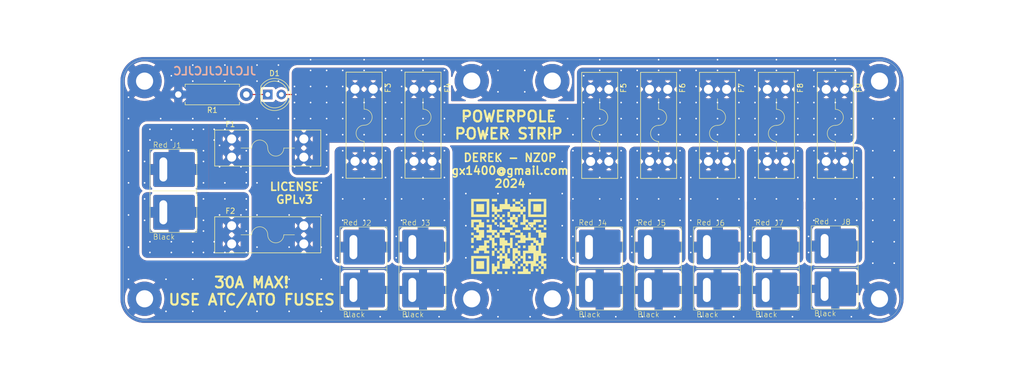
<source format=kicad_pcb>
(kicad_pcb (version 20240108) (generator "pcbnew") (generator_version "8.0")
  (layers (0 "F.Cu" signal) (31 "B.Cu" signal) (34 "B.Paste" user) (35 "F.Paste" user) (36 "B.SilkS" user "B.Silkscreen") (37 "F.SilkS" user "F.Silkscreen") (38 "B.Mask" user) (39 "F.Mask" user) (44 "Edge.Cuts" user))
  (net 0 "")
  (net 1 "+BATT")
  (net 2 "Net-(D1-K)")
  (net 3 "Net-(J1-Pin_1)")
  (net 4 "GND")
  (net 5 "Net-(J1-Pin_2)")
  (net 6 "Net-(J2-Pin_1)")
  (net 7 "Net-(J3-Pin_1)")
  (net 8 "Net-(J4-Pin_1)")
  (net 9 "Net-(J5-Pin_1)")
  (net 10 "Net-(J6-Pin_1)")
  (net 11 "Net-(J7-Pin_1)")
  (net 12 "Net-(J8-Pin_1)")
  (footprint "MountingHole:MountingHole_3.2mm_M3_Pad" (layer "F.Cu") (at 222.25 80)
    (property "Reference" "H3" (hide yes))
    (property "Value" "MountingHole" (hide yes))
    (pad "1" thru_hole circle (at 0 0) (size 6.4 6.4) (drill 3.2) (layers "*.Cu" "*.Mask") (net 4 "GND"))
  )
  (footprint "Library:FUSE_3557-15" (layer "F.Cu") (at 214 88.265 -90)
    (property "Reference" "F9" (at -6.985 -4.445 90) (layer "F.SilkS"))
    (property "Value" "Fuse")
    (pad "1" thru_hole circle (at -6.735 -1.7 270) (size 2.4 2.4) (drill 1.7) (layers "*.Cu" "*.Mask") (net 1 "+BATT"))
    (pad "1" thru_hole circle (at -6.735 1.7 270) (size 2.4 2.4) (drill 1.7) (layers "*.Cu" "*.Mask") (net 1 "+BATT"))
    (pad "2" thru_hole circle (at 6.735 -1.7 270) (size 2.4 2.4) (drill 1.7) (layers "*.Cu" "*.Mask") (net 12 "Net-(J8-Pin_1)"))
    (pad "2" thru_hole circle (at 6.735 1.7 270) (size 2.4 2.4) (drill 1.7) (layers "*.Cu" "*.Mask") (net 12 "Net-(J8-Pin_1)"))
  )
  (footprint "Library:anderson_powerpole_15-45_2pole" (layer "F.Cu") (at 190 111 -90)
    (property "Reference" "J6" (at -4.5 -2.5 0) (layer "F.SilkS") (effects (font (thickness 0.1))))
    (property "Value" "Conn_01x02_Pin")
    (fp_text user "Red" (at -4 2 0) (layer "F.SilkS") (effects (font (thickness 0.1)) (justify left bottom)))
    (fp_text user "Black" (at 12 2 0) (layer "F.SilkS") (effects (font (thickness 0.1)) (justify left top)))
    (pad "1" thru_hole roundrect (at 0 0 270) (size 6.5 7.75) (drill oval 4.5 1.45 (offset 0 -2)) (layers "*.Cu" "*.Mask") (roundrect_rratio 0.05) (net 10 "Net-(J6-Pin_1)"))
    (pad "2" thru_hole roundrect (at 8 0 270) (size 6.5 7.75) (drill oval 4.5 1.45 (offset 0 -2)) (layers "*.Cu" "*.Mask") (roundrect_rratio 0.05) (net 4 "GND"))
  )
  (footprint "MountingHole:MountingHole_3.2mm_M3_Pad" (layer "F.Cu") (at 146.1 120.65)
    (property "Reference" "H8" (hide yes))
    (property "Value" "MountingHole" (hide yes))
    (pad "1" thru_hole circle (at 0 0) (size 6.4 6.4) (drill 3.2) (layers "*.Cu" "*.Mask") (net 4 "GND"))
  )
  (footprint "Library:FUSE_3557-15" (layer "F.Cu") (at 137 88.235 -90)
    (property "Reference" "F4" (at -6.985 -4.6 90) (layer "F.SilkS"))
    (property "Value" "Fuse")
    (pad "1" thru_hole circle (at -6.735 -1.7 270) (size 2.4 2.4) (drill 1.7) (layers "*.Cu" "*.Mask") (net 1 "+BATT"))
    (pad "1" thru_hole circle (at -6.735 1.7 270) (size 2.4 2.4) (drill 1.7) (layers "*.Cu" "*.Mask") (net 1 "+BATT"))
    (pad "2" thru_hole circle (at 6.735 -1.7 270) (size 2.4 2.4) (drill 1.7) (layers "*.Cu" "*.Mask") (net 7 "Net-(J3-Pin_1)"))
    (pad "2" thru_hole circle (at 6.735 1.7 270) (size 2.4 2.4) (drill 1.7) (layers "*.Cu" "*.Mask") (net 7 "Net-(J3-Pin_1)"))
  )
  (footprint "MountingHole:MountingHole_3.2mm_M3_Pad" (layer "F.Cu") (at 85 120.65)
    (property "Reference" "H4" (hide yes))
    (property "Value" "MountingHole" (hide yes))
    (pad "1" thru_hole circle (at 0 0) (size 6.4 6.4) (drill 3.2) (layers "*.Cu" "*.Mask") (net 4 "GND"))
  )
  (footprint "Library:FUSE_3557-15" (layer "F.Cu") (at 181 88.265 -90)
    (property "Reference" "F6" (at -6.985 -4.445 90) (layer "F.SilkS"))
    (property "Value" "Fuse")
    (pad "1" thru_hole circle (at -6.735 -1.7 270) (size 2.4 2.4) (drill 1.7) (layers "*.Cu" "*.Mask") (net 1 "+BATT"))
    (pad "1" thru_hole circle (at -6.735 1.7 270) (size 2.4 2.4) (drill 1.7) (layers "*.Cu" "*.Mask") (net 1 "+BATT"))
    (pad "2" thru_hole circle (at 6.735 -1.7 270) (size 2.4 2.4) (drill 1.7) (layers "*.Cu" "*.Mask") (net 9 "Net-(J5-Pin_1)"))
    (pad "2" thru_hole circle (at 6.735 1.7 270) (size 2.4 2.4) (drill 1.7) (layers "*.Cu" "*.Mask") (net 9 "Net-(J5-Pin_1)"))
  )
  (footprint "MountingHole:MountingHole_3.2mm_M3_Pad" (layer "F.Cu") (at 161.15 80)
    (property "Reference" "H1" (hide yes))
    (property "Value" "MountingHole" (hide yes))
    (pad "1" thru_hole circle (at 0 0) (size 6.4 6.4) (drill 3.2) (layers "*.Cu" "*.Mask") (net 4 "GND"))
  )
  (footprint "Library:FUSE_3557-15" (layer "F.Cu") (at 108 108.7)
    (property "Reference" "F2" (at -6.985 -4.445 0) (layer "F.SilkS"))
    (property "Value" "Fuse")
    (pad "1" thru_hole circle (at -6.735 -1.7) (size 2.4 2.4) (drill 1.7) (layers "*.Cu" "*.Mask") (net 5 "Net-(J1-Pin_2)"))
    (pad "1" thru_hole circle (at -6.735 1.7) (size 2.4 2.4) (drill 1.7) (layers "*.Cu" "*.Mask") (net 5 "Net-(J1-Pin_2)"))
    (pad "2" thru_hole circle (at 6.735 -1.7) (size 2.4 2.4) (drill 1.7) (layers "*.Cu" "*.Mask") (net 4 "GND"))
    (pad "2" thru_hole circle (at 6.735 1.7) (size 2.4 2.4) (drill 1.7) (layers "*.Cu" "*.Mask") (net 4 "GND"))
  )
  (footprint "MountingHole:MountingHole_3.2mm_M3_Pad" (layer "F.Cu") (at 146.1 80)
    (property "Reference" "H7" (hide yes))
    (property "Value" "MountingHole" (hide yes))
    (pad "1" thru_hole circle (at 0 0) (size 6.4 6.4) (drill 3.2) (layers "*.Cu" "*.Mask") (net 4 "GND"))
  )
  (footprint "Library:FUSE_3557-15" (layer "F.Cu") (at 126 88.235 -90)
    (property "Reference" "F3" (at -6.985 -4.445 90) (layer "F.SilkS"))
    (property "Value" "Fuse")
    (pad "1" thru_hole circle (at -6.735 -1.7 270) (size 2.4 2.4) (drill 1.7) (layers "*.Cu" "*.Mask") (net 1 "+BATT"))
    (pad "1" thru_hole circle (at -6.735 1.7 270) (size 2.4 2.4) (drill 1.7) (layers "*.Cu" "*.Mask") (net 1 "+BATT"))
    (pad "2" thru_hole circle (at 6.735 -1.7 270) (size 2.4 2.4) (drill 1.7) (layers "*.Cu" "*.Mask") (net 6 "Net-(J2-Pin_1)"))
    (pad "2" thru_hole circle (at 6.735 1.7 270) (size 2.4 2.4) (drill 1.7) (layers "*.Cu" "*.Mask") (net 6 "Net-(J2-Pin_1)"))
  )
  (footprint "Resistor_THT:R_Axial_DIN0411_L9.9mm_D3.6mm_P12.70mm_Horizontal" (layer "F.Cu") (at 104 82.5 180)
    (property "Reference" "R1" (at 6.35 -2.92 180) (layer "F.SilkS"))
    (property "Value" "R")
    (pad "1" thru_hole circle (at 0 0 180) (size 2.4 2.4) (drill 1.2) (layers "*.Cu" "*.Mask") (net 2 "Net-(D1-K)"))
    (pad "2" thru_hole oval (at 12.7 0 180) (size 2.4 2.4) (drill 1.2) (layers "*.Cu" "*.Mask") (net 4 "GND"))
  )
  (footprint "Library:FUSE_3557-15" (layer "F.Cu") (at 203 88.265 -90)
    (property "Reference" "F8" (at -6.985 -4.445 90) (layer "F.SilkS"))
    (property "Value" "Fuse")
    (pad "1" thru_hole circle (at -6.735 -1.7 270) (size 2.4 2.4) (drill 1.7) (layers "*.Cu" "*.Mask") (net 1 "+BATT"))
    (pad "1" thru_hole circle (at -6.735 1.7 270) (size 2.4 2.4) (drill 1.7) (layers "*.Cu" "*.Mask") (net 1 "+BATT"))
    (pad "2" thru_hole circle (at 6.735 -1.7 270) (size 2.4 2.4) (drill 1.7) (layers "*.Cu" "*.Mask") (net 11 "Net-(J7-Pin_1)"))
    (pad "2" thru_hole circle (at 6.735 1.7 270) (size 2.4 2.4) (drill 1.7) (layers "*.Cu" "*.Mask") (net 11 "Net-(J7-Pin_1)"))
  )
  (footprint "Library:anderson_powerpole_15-45_2pole" (layer "F.Cu") (at 179 111 -90)
    (property "Reference" "J5" (at -4.5 -2.5 0) (layer "F.SilkS") (effects (font (thickness 0.1))))
    (property "Value" "Conn_01x02_Pin")
    (fp_text user "Red" (at -4 2 0) (layer "F.SilkS") (effects (font (thickness 0.1)) (justify left bottom)))
    (fp_text user "Black" (at 12 2 0) (layer "F.SilkS") (effects (font (thickness 0.1)) (justify left top)))
    (pad "1" thru_hole roundrect (at 0 0 270) (size 6.5 7.75) (drill oval 4.5 1.45 (offset 0 -2)) (layers "*.Cu" "*.Mask") (roundrect_rratio 0.05) (net 9 "Net-(J5-Pin_1)"))
    (pad "2" thru_hole roundrect (at 8 0 270) (size 6.5 7.75) (drill oval 4.5 1.45 (offset 0 -2)) (layers "*.Cu" "*.Mask") (roundrect_rratio 0.05) (net 4 "GND"))
  )
  (footprint "MountingHole:MountingHole_3.2mm_M3_Pad" (layer "F.Cu") (at 161.15 120.65)
    (property "Reference" "H5" (hide yes))
    (property "Value" "MountingHole")
    (pad "1" thru_hole circle (at 0 0) (size 6.4 6.4) (drill 3.2) (layers "*.Cu" "*.Mask") (net 4 "GND"))
  )
  (footprint "Library:anderson_powerpole_15-45_2pole" (layer "F.Cu") (at 135 111 -90)
    (property "Reference" "J3" (at -4.5 -2.5 0) (layer "F.SilkS") (effects (font (thickness 0.1))))
    (property "Value" "Conn_01x02_Pin")
    (fp_text user "Red" (at -4 2 0) (layer "F.SilkS") (effects (font (thickness 0.1)) (justify left bottom)))
    (fp_text user "Black" (at 12 2 0) (layer "F.SilkS") (effects (font (thickness 0.1)) (justify left top)))
    (pad "1" thru_hole roundrect (at 0 0 270) (size 6.5 7.75) (drill oval 4.5 1.45 (offset 0 -2)) (layers "*.Cu" "*.Mask") (roundrect_rratio 0.05) (net 7 "Net-(J3-Pin_1)"))
    (pad "2" thru_hole roundrect (at 8 0 270) (size 6.5 7.75) (drill oval 4.5 1.45 (offset 0 -2)) (layers "*.Cu" "*.Mask") (roundrect_rratio 0.05) (net 4 "GND"))
  )
  (footprint "Library:anderson_powerpole_15-45_2pole" (layer "F.Cu") (at 168 111 -90)
    (property "Reference" "J4" (at -4.5 -2.5 0) (layer "F.SilkS") (effects (font (thickness 0.1))))
    (property "Value" "Conn_01x02_Pin")
    (fp_text user "Red" (at -4 2 0) (layer "F.SilkS") (effects (font (thickness 0.1)) (justify left bottom)))
    (fp_text user "Black" (at 12 2 0) (layer "F.SilkS") (effects (font (thickness 0.1)) (justify left top)))
    (pad "1" thru_hole roundrect (at 0 0 270) (size 6.5 7.75) (drill oval 4.5 1.45 (offset 0 -2)) (layers "*.Cu" "*.Mask") (roundrect_rratio 0.05) (net 8 "Net-(J4-Pin_1)"))
    (pad "2" thru_hole roundrect (at 8 0 270) (size 6.5 7.75) (drill oval 4.5 1.45 (offset 0 -2)) (layers "*.Cu" "*.Mask") (roundrect_rratio 0.05) (net 4 "GND"))
  )
  (footprint "MountingHole:MountingHole_3.2mm_M3_Pad" (layer "F.Cu") (at 222.25 120.65)
    (property "Reference" "H6" (hide yes))
    (property "Value" "MountingHole")
    (pad "1" thru_hole circle (at 0 0) (size 6.4 6.4) (drill 3.2) (layers "*.Cu" "*.Mask") (net 4 "GND"))
  )
  (footprint "Library:FUSE_3557-15" (layer "F.Cu") (at 170 88.265 -90)
    (property "Reference" "F5" (at -6.985 -4.445 90) (layer "F.SilkS"))
    (property "Value" "Fuse")
    (pad "1" thru_hole circle (at -6.735 -1.7 270) (size 2.4 2.4) (drill 1.7) (layers "*.Cu" "*.Mask") (net 1 "+BATT"))
    (pad "1" thru_hole circle (at -6.735 1.7 270) (size 2.4 2.4) (drill 1.7) (layers "*.Cu" "*.Mask") (net 1 "+BATT"))
    (pad "2" thru_hole circle (at 6.735 -1.7 270) (size 2.4 2.4) (drill 1.7) (layers "*.Cu" "*.Mask") (net 8 "Net-(J4-Pin_1)"))
    (pad "2" thru_hole circle (at 6.735 1.7 270) (size 2.4 2.4) (drill 1.7) (layers "*.Cu" "*.Mask") (net 8 "Net-(J4-Pin_1)"))
  )
  (footprint "LED_THT:LED_D5.0mm" (layer "F.Cu") (at 108 82.5)
    (property "Reference" "D1" (at 1.27 -3.96 0) (layer "F.SilkS"))
    (property "Value" "LED")
    (pad "1" thru_hole rect (at 0 0) (size 1.8 1.8) (drill 0.9) (layers "*.Cu" "*.Mask") (net 2 "Net-(D1-K)"))
    (pad "2" thru_hole circle (at 2.54 0) (size 1.8 1.8) (drill 0.9) (layers "*.Cu" "*.Mask") (net 1 "+BATT"))
  )
  (footprint "Library:anderson_powerpole_15-45_2pole" (layer "F.Cu") (at 124 111 -90)
    (property "Reference" "J2" (at -4.5 -2.5 0) (layer "F.SilkS") (effects (font (thickness 0.1))))
    (property "Value" "Conn_01x02_Pin")
    (fp_text user "Black" (at 12 2 0) (layer "F.SilkS") (effects (font (thickness 0.1)) (justify left top)))
    (fp_text user "Red" (at -4 2 0) (layer "F.SilkS") (effects (font (thickness 0.1)) (justify left bottom)))
    (pad "1" thru_hole roundrect (at 0 0 270) (size 6.5 7.75) (drill oval 4.5 1.45 (offset 0 -2)) (layers "*.Cu" "*.Mask") (roundrect_rratio 0.05) (net 6 "Net-(J2-Pin_1)"))
    (pad "2" thru_hole roundrect (at 8 0 270) (size 6.5 7.75) (drill oval 4.5 1.45 (offset 0 -2)) (layers "*.Cu" "*.Mask") (roundrect_rratio 0.05) (net 4 "GND"))
  )
  (footprint "MountingHole:MountingHole_3.2mm_M3_Pad" (layer "F.Cu") (at 85 80)
    (property "Reference" "H2" (hide yes))
    (property "Value" "MountingHole" (hide yes))
    (pad "1" thru_hole circle (at 0 0) (size 6.4 6.4) (drill 3.2) (layers "*.Cu" "*.Mask") (net 4 "GND"))
  )
  (footprint "Library:anderson_powerpole_15-45_2pole" (layer "F.Cu") (at 201 111 -90)
    (property "Reference" "J7" (at -4.5 -2.5 0) (layer "F.SilkS") (effects (font (thickness 0.1))))
    (property "Value" "Conn_01x02_Pin")
    (fp_text user "Red" (at -4 2 0) (layer "F.SilkS") (effects (font (thickness 0.1)) (justify left bottom)))
    (fp_text user "Black" (at 12 2 0) (layer "F.SilkS") (effects (font (thickness 0.1)) (justify left top)))
    (pad "1" thru_hole roundrect (at 0 0 270) (size 6.5 7.75) (drill oval 4.5 1.45 (offset 0 -2)) (layers "*.Cu" "*.Mask") (roundrect_rratio 0.05) (net 11 "Net-(J7-Pin_1)"))
    (pad "2" thru_hole roundrect (at 8 0 270) (size 6.5 7.75) (drill oval 4.5 1.45 (offset 0 -2)) (layers "*.Cu" "*.Mask") (roundrect_rratio 0.05) (net 4 "GND"))
  )
  (footprint "Library:FUSE_3557-15" (layer "F.Cu") (at 192 88.265 -90)
    (property "Reference" "F7" (at -6.985 -4.445 90) (layer "F.SilkS"))
    (property "Value" "Fuse")
    (pad "1" thru_hole circle (at -6.735 -1.7 270) (size 2.4 2.4) (drill 1.7) (layers "*.Cu" "*.Mask") (net 1 "+BATT"))
    (pad "1" thru_hole circle (at -6.735 1.7 270) (size 2.4 2.4) (drill 1.7) (layers "*.Cu" "*.Mask") (net 1 "+BATT"))
    (pad "2" thru_hole circle (at 6.735 -1.7 270) (size 2.4 2.4) (drill 1.7) (layers "*.Cu" "*.Mask") (net 10 "Net-(J6-Pin_1)"))
    (pad "2" thru_hole circle (at 6.735 1.7 270) (size 2.4 2.4) (drill 1.7) (layers "*.Cu" "*.Mask") (net 10 "Net-(J6-Pin_1)"))
  )
  (footprint "Library:anderson_powerpole_15-45_2pole" (layer "F.Cu") (at 88.5 96.5 -90)
    (property "Reference" "J1" (at -4.5 -2.5 0) (layer "F.SilkS") (effects (font (thickness 0.1))))
    (property "Value" "Conn_01x02_Pin")
    (fp_text user "Black" (at 12 2 0) (layer "F.SilkS") (effects (font (thickness 0.1)) (justify left top)))
    (fp_text user "Red" (at -4 2 0) (layer "F.SilkS") (effects (font (thickness 0.1)) (justify left bottom)))
    (pad "1" thru_hole roundrect (at 0 0 270) (size 6.5 7.75) (drill oval 4.5 1.45 (offset 0 -2)) (layers "*.Cu" "*.Mask") (roundrect_rratio 0.05) (net 3 "Net-(J1-Pin_1)"))
    (pad "2" thru_hole roundrect (at 8 0 270) (size 6.5 7.75) (drill oval 4.5 1.45 (offset 0 -2)) (layers "*.Cu" "*.Mask") (roundrect_rratio 0.05) (net 5 "Net-(J1-Pin_2)"))
  )
  (footprint "Library:qrcode_15mm" (layer "F.Cu") (at 153 109)
    (property "Reference" "G***" (hide yes))
    (property "Value" "LOGO" (hide yes))
  )
  (footprint "Library:anderson_powerpole_15-45_2pole" (layer "F.Cu") (at 212 110.8 -90)
    (property "Reference" "J8" (at -4.5 -4 0) (layer "F.SilkS") (effects (font (thickness 0.1))))
    (property "Value" "Conn_01x02_Pin")
    (fp_text user "Red" (at -4 2 0) (layer "F.SilkS") (effects (font (thickness 0.1)) (justify left bottom)))
    (fp_text user "Black" (at 12 2 0) (layer "F.SilkS") (effects (font (thickness 0.1)) (justify left top)))
    (pad "1" thru_hole roundrect (at 0 0 270) (size 6.5 7.75) (drill oval 4.5 1.45 (offset 0 -2)) (layers "*.Cu" "*.Mask") (roundrect_rratio 0.05) (net 12 "Net-(J8-Pin_1)"))
    (pad "2" thru_hole roundrect (at 8 0 270) (size 6.5 7.75) (drill oval 4.5 1.45 (offset 0 -2)) (layers "*.Cu" "*.Mask") (roundrect_rratio 0.05) (net 4 "GND"))
  )
  (footprint "Library:FUSE_3557-15" (layer "F.Cu") (at 108 92.5)
    (property "Reference" "F1" (at -6.985 -4.445 0) (layer "F.SilkS"))
    (property "Value" "Fuse")
    (pad "1" thru_hole circle (at -6.735 -1.7) (size 2.4 2.4) (drill 1.7) (layers "*.Cu" "*.Mask") (net 3 "Net-(J1-Pin_1)"))
    (pad "1" thru_hole circle (at -6.735 1.7) (size 2.4 2.4) (drill 1.7) (layers "*.Cu" "*.Mask") (net 3 "Net-(J1-Pin_1)"))
    (pad "2" thru_hole circle (at 6.735 -1.7) (size 2.4 2.4) (drill 1.7) (layers "*.Cu" "*.Mask") (net 1 "+BATT"))
    (pad "2" thru_hole circle (at 6.735 1.7) (size 2.4 2.4) (drill 1.7) (layers "*.Cu" "*.Mask") (net 1 "+BATT"))
  )
  (gr_arc (start 85 124.65) (mid 82.171573 123.478427) (end 81 120.65) (stroke (width 0.05)) (layer "Edge.Cuts"))
  (gr_arc (start 226.25 120.65) (mid 225.078427 123.478427) (end 222.25 124.65) (stroke (width 0.05)) (layer "Edge.Cuts"))
  (gr_arc (start 222.25 76) (mid 225.078427 77.171573) (end 226.25 80) (stroke (width 0.05)) (layer "Edge.Cuts"))
  (gr_line (start 222.25 76) (end 85 76) (stroke (width 0.05)) (layer "Edge.Cuts"))
  (gr_line (start 81 80) (end 81 120.65) (stroke (width 0.05)) (layer "Edge.Cuts"))
  (gr_arc (start 81 80) (mid 82.171573 77.171573) (end 85 76) (stroke (width 0.05)) (layer "Edge.Cuts"))
  (gr_line (start 226.25 80) (end 226.25 120.65) (stroke (width 0.05)) (layer "Edge.Cuts"))
  (gr_line (start 85 124.65) (end 222.25 124.65) (stroke (width 0.05)) (layer "Edge.Cuts"))
  (gr_text "JLCJLCJLCJLC" (at 106 79 0) (layer "B.SilkS") (effects (font (size 1.5 1.5) (thickness 0.3) (bold yes)) (justify left bottom mirror)))
  (gr_text "DEREK - NZ0P\ngx1400@gmail.com\n2024" (at 153.249308 100 0) (layer "F.SilkS") (effects (font (size 1.5 1.5) (thickness 0.3) (bold yes)) (justify bottom)))
  (gr_text "POWERPOLE\nPOWER STRIP" (at 153 91 0) (layer "F.SilkS") (effects (font (size 2 2) (thickness 0.4) (bold yes)) (justify bottom)))
  (gr_text "30A MAX!\nUSE ATC/ATO FUSES" (at 105 122 0) (layer "F.SilkS") (effects (font (size 2 2) (thickness 0.4) (bold yes)) (justify bottom)))
  (gr_text "LICENSE\nGPLv3" (at 113 103 0) (layer "F.SilkS") (effects (font (size 1.5 1.5) (thickness 0.3) (bold yes)) (justify bottom)))
  (segment (start 110.54 82.5) (end 113.25 82.5) (width 0.2) (layer "F.Cu") (net 1))
  (via (at 185 78) (size 0.6) (drill 0.3) (layers "F.Cu" "B.Cu") (net 1))
  (via (at 210 87) (size 0.6) (drill 0.3) (layers "F.Cu" "B.Cu") (net 1))
  (via (at 192 90) (size 0.6) (drill 0.3) (layers "F.Cu" "B.Cu") (net 1))
  (via (at 149 90) (size 0.6) (drill 0.3) (layers "F.Cu" "B.Cu") (net 1))
  (via (at 119 87) (size 0.6) (drill 0.3) (layers "F.Cu" "B.Cu") (net 1))
  (via (at 116 84) (size 0.6) (drill 0.3) (layers "F.Cu" "B.Cu") (net 1))
  (via (at 113 81) (size 0.6) (drill 0.3) (layers "F.Cu" "B.Cu") (net 1))
  (via (at 133 87) (size 0.6) (drill 0.3) (layers "F.Cu" "B.Cu") (net 1))
  (via (at 116 87) (size 0.6) (drill 0.3) (layers "F.Cu" "B.Cu") (net 1))
  (via (at 167 79) (size 0.6) (drill 0.3) (layers "F.Cu" "B.Cu") (net 1))
  (via (at 161 90) (size 0.6) (drill 0.3) (layers "F.Cu" "B.Cu") (net 1))
  (via (at 165 90) (size 0.6) (drill 0.3) (layers "F.Cu" "B.Cu") (net 1))
  (via (at 188 84) (size 0.6) (drill 0.3) (layers "F.Cu" "B.Cu") (net 1))
  (via (at 174 84) (size 0.6) (drill 0.3) (layers "F.Cu" "B.Cu") (net 1))
  (via (at 199 78) (size 0.6) (drill 0.3) (layers "F.Cu" "B.Cu") (net 1))
  (via (at 203 78) (size 0.6) (drill 0.3) (layers "F.Cu" "B.Cu") (net 1))
  (via (at 170 90) (size 0.6) (drill 0.3) (layers "F.Cu" "B.Cu") (net 1))
  (via (at 153 90) (size 0.6) (drill 0.3) (layers "F.Cu" "B.Cu") (net 1))
  (via (at 141 84) (size 0.6) (drill 0.3) (layers "F.Cu" "B.Cu") (net 1))
  (via (at 210 90) (size 0.6) (drill 0.3) (layers "F.Cu" "B.Cu") (net 1))
  (via (at 192 87) (size 0.6) (drill 0.3) (layers "F.Cu" "B.Cu") (net 1))
  (via (at 170 87) (size 0.6) (drill 0.3) (layers "F.Cu" "B.Cu") (net 1))
  (via (at 133 78) (size 0.6) (drill 0.3) (layers "F.Cu" "B.Cu") (net 1))
  (via (at 157 87) (size 0.6) (drill 0.3) (layers "F.Cu" "B.Cu") (net 1))
  (via (at 119 78) (size 0.6) (drill 0.3) (layers "F.Cu" "B.Cu") (net 1))
  (via (at 217 79) (size 0.6) (drill 0.3) (layers "F.Cu" "B.Cu") (net 1))
  (via (at 207 78) (size 0.6) (drill 0.3) (layers "F.Cu" "B.Cu") (net 1))
  (via (at 113 87) (size 0.6) (drill 0.3) (layers "F.Cu" "B.Cu") (net 1))
  (via (at 167 84) (size 0.6) (drill 0.3) (layers "F.Cu" "B.Cu") (net 1))
  (via (at 130 78) (size 0.6) (drill 0.3) (layers "F.Cu" "B.Cu") (net 1))
  (via (at 199 90) (size 0.6) (drill 0.3) (layers "F.Cu" "B.Cu") (net 1))
  (via (at 203 90) (size 0.6) (drill 0.3) (layers "F.Cu" "B.Cu") (net 1))
  (via (at 130 87) (size 0.6) (drill 0.3) (layers "F.Cu" "B.Cu") (net 1))
  (via (at 113 84) (size 0.6) (drill 0.3) (layers "F.Cu" "B.Cu") (net 1))
  (via (at 113 96) (size 0.6) (drill 0.3) (layers "F.Cu" "B.Cu") (net 1))
  (via (at 217 90) (size 0.6) (drill 0.3) (layers "F.Cu" "B.Cu") (net 1))
  (via (at 157 90) (size 0.6) (drill 0.3) (layers "F.Cu" "B.Cu") (net 1))
  (via (at 207 87) (size 0.6) (drill 0.3) (layers "F.Cu" "B.Cu") (net 1))
  (via (at 181 78) (size 0.6) (drill 0.3) (layers "F.Cu" "B.Cu") (net 1))
  (via (at 170 78) (size 0.6) (drill 0.3) (layers "F.Cu" "B.Cu") (net 1))
  (via (at 196 81) (size 0.6) (drill 0.3) (layers "F.Cu" "B.Cu") (net 1))
  (via (at 177 87) (size 0.6) (drill 0.3) (layers "F.Cu" "B.Cu") (net 1))
  (via (at 188 78) (size 0.6) (drill 0.3) (layers "F.Cu" "B.Cu") (net 1))
  (via (at 174 78) (size 0.6) (drill 0.3) (layers "F.Cu" "B.Cu") (net 1))
  (via (at 177 90) (size 0.6) (drill 0.3) (layers "F.Cu" "B.Cu") (net 1))
  (via (at 116 81) (size 0.6) (drill 0.3) (layers "F.Cu" "B.Cu") (net 1))
  (via (at 145 87) (size 0.6) (drill 0.3) (layers "F.Cu" "B.Cu") (net 1))
  (via (at 185 84) (size 0.6) (drill 0.3) (layers "F.Cu" "B.Cu") (net 1))
  (via (at 130 81) (size 0.6) (drill 0.3) (layers "F.Cu" "B.Cu") (net 1))
  (via (at 192 84) (size 0.6) (drill 0.3) (layers "F.Cu" "B.Cu") (net 1))
  (via (at 214 87) (size 0.6) (drill 0.3) (layers "F.Cu" "B.Cu") (net 1))
  (via (at 185 90) (size 0.6) (drill 0.3) (layers "F.Cu" "B.Cu") (net 1))
  (via (at 113.25 82.5) (size 0.6) (drill 0.3) (layers "F.Cu" "B.Cu") (net 1))
  (via (at 203 84) (size 0.6) (drill 0.3) (layers "F.Cu" "B.Cu") (net 1))
  (via (at 177 81) (size 0.6) (drill 0.3) (layers "F.Cu" "B.Cu") (net 1))
  (via (at 119 81) (size 0.6) (drill 0.3) (layers "F.Cu" "B.Cu") (net 1))
  (via (at 181 87) (size 0.6) (drill 0.3) (layers "F.Cu" "B.Cu") (net 1))
  (via (at 130 84) (size 0.6) (drill 0.3) (layers "F.Cu" "B.Cu") (net 1))
  (via (at 126 90) (size 0.6) (drill 0.3) (layers "F.Cu" "B.Cu") (net 1))
  (via (at 207 81) (size 0.6) (drill 0.3) (layers "F.Cu" "B.Cu") (net 1))
  (via (at 210 81) (size 0.6) (drill 0.3) (layers "F.Cu" "B.Cu") (net 1))
  (via (at 207 84) (size 0.6) (drill 0.3) (layers "F.Cu" "B.Cu") (net 1))
  (via (at 199 81) (size 0.6) (drill 0.3) (layers "F.Cu" "B.Cu") (net 1))
  (via (at 177 84) (size 0.6) (drill 0.3) (layers "F.Cu" "B.Cu") (net 1))
  (via (at 199 87) (size 0.6) (drill 0.3) (layers "F.Cu" "B.Cu") (net 1))
  (via (at 133 84) (size 0.6) (drill 0.3) (layers "F.Cu" "B.Cu") (net 1))
  (via (at 181 90) (size 0.6) (drill 0.3) (layers "F.Cu" "B.Cu") (net 1))
  (via (at 174 90) (size 0.6) (drill 0.3) (layers "F.Cu" "B.Cu") (net 1))
  (via (at 192 78) (size 0.6) (drill 0.3) (layers "F.Cu" "B.Cu") (net 1))
  (via (at 217 84) (size 0.6) (drill 0.3) (layers "F.Cu" "B.Cu") (net 1))
  (via (at 174 81) (size 0.6) (drill 0.3) (layers "F.Cu" "B.Cu") (net 1))
  (via (at 145 90) (size 0.6) (drill 0.3) (layers "F.Cu" "B.Cu") (net 1))
  (via (at 214 90) (size 0.6) (drill 0.3) (layers "F.Cu" "B.Cu") (net 1))
  (via (at 177 78) (size 0.6) (drill 0.3) (layers "F.Cu" "B.Cu") (net 1))
  (via (at 214 78) (size 0.6) (drill 0.3) (layers "F.Cu" "B.Cu") (net 1))
  (via (at 119 96) (size 0.6) (drill 0.3) (layers "F.Cu" "B.Cu") (net 1))
  (via (at 133 90) (size 0.6) (drill 0.3) (layers "F.Cu" "B.Cu") (net 1))
  (via (at 167 87) (size 0.6) (drill 0.3) (layers "F.Cu" "B.Cu") (net 1))
  (via (at 141 87) (size 0.6) (drill 0.3) (layers "F.Cu" "B.Cu") (net 1))
  (via (at 199 84) (size 0.6) (drill 0.3) (layers "F.Cu" "B.Cu") (net 1))
  (via (at 116 96) (size 0.6) (drill 0.3) (layers "F.Cu" "B.Cu") (net 1))
  (via (at 137 90) (size 0.6) (drill 0.3) (layers "F.Cu" "B.Cu") (net 1))
  (via (at 126 87) (size 0.6) (drill 0.3) (layers "F.Cu" "B.Cu") (net 1))
  (via (at 210 84) (size 0.6) (drill 0.3) (layers "F.Cu" "B.Cu") (net 1))
  (via (at 196 84) (size 0.6) (drill 0.3) (layers "F.Cu" "B.Cu") (net 1))
  (via (at 161 87) (size 0.6) (drill 0.3) (layers "F.Cu" "B.Cu") (net 1))
  (via (at 196 78) (size 0.6) (drill 0.3) (layers "F.Cu" "B.Cu") (net 1))
  (via (at 126 84) (size 0.6) (drill 0.3) (layers "F.Cu" "B.Cu") (net 1))
  (via (at 207 90) (size 0.6) (drill 0.3) (layers "F.Cu" "B.Cu") (net 1))
  (via (at 196 90) (size 0.6) (drill 0.3) (layers "F.Cu" "B.Cu") (net 1))
  (via (at 130 90) (size 0.6) (drill 0.3) (layers "F.Cu" "B.Cu") (net 1))
  (via (at 196 87) (size 0.6) (drill 0.3) (layers "F.Cu" "B.Cu") (net 1))
  (via (at 141 81) (size 0.6) (drill 0.3) (layers "F.Cu" "B.Cu") (net 1))
  (via (at 126 78) (size 0.6) (drill 0.3) (layers "F.Cu" "B.Cu") (net 1))
  (via (at 214 84) (size 0.6) (drill 0.3) (layers "F.Cu" "B.Cu") (net 1))
  (via (at 188 90) (size 0.6) (drill 0.3) (layers "F.Cu" "B.Cu") (net 1))
  (via (at 122 78) (size 0.6) (drill 0.3) (layers "F.Cu" "B.Cu") (net 1))
  (via (at 181 84) (size 0.6) (drill 0.3) (layers "F.Cu" "B.Cu") (net 1))
  (via (at 203 87) (size 0.6) (drill 0.3) (layers "F.Cu" "B.Cu") (net 1))
  (via (at 153 87) (size 0.6) (drill 0.3) (layers "F.Cu" "B.Cu") (net 1))
  (via (at 185 81) (size 0.6) (drill 0.3) (layers "F.Cu" "B.Cu") (net 1))
  (via (at 141 78) (size 0.6) (drill 0.3) (layers "F.Cu" "B.Cu") (net 1))
  (via (at 174 87) (size 0.6) (drill 0.3) (layers "F.Cu" "B.Cu") (net 1))
  (via (at 116 78) (size 0.6) (drill 0.3) (layers "F.Cu" "B.Cu") (net 1))
  (via (at 119 93) (size 0.6) (drill 0.3) (layers "F.Cu" "B.Cu") (net 1))
  (via (at 188 81) (size 0.6) (drill 0.3) (layers "F.Cu" "B.Cu") (net 1))
  (via (at 137 84) (size 0.6) (drill 0.3) (layers "F.Cu" "B.Cu") (net 1))
  (via (at 119 90) (size 0.6) (drill 0.3) (layers "F.Cu" "B.Cu") (net 1))
  (via (at 122 87) (size 0.6) (drill 0.3) (layers "F.Cu" "B.Cu") (net 1))
  (via (at 119 84) (size 0.6) (drill 0.3) (layers "F.Cu" "B.Cu") (net 1))
  (via (at 210 78) (size 0.6) (drill 0.3) (layers "F.Cu" "B.Cu") (net 1))
  (via (at 217 87) (size 0.6) (drill 0.3) (layers "F.Cu" "B.Cu") (net 1))
  (via (at 164 87) (size 0.6) (drill 0.3) (layers "F.Cu" "B.Cu") (net 1))
  (via (at 149 87) (size 0.6) (drill 0.3) (layers "F.Cu" "B.Cu") (net 1))
  (via (at 122 84) (size 0.6) (drill 0.3) (layers "F.Cu" "B.Cu") (net 1))
  (via (at 122 90) (size 0.6) (drill 0.3) (layers "F.Cu" "B.Cu") (net 1))
  (via (at 122 81) (size 0.6) (drill 0.3) (layers "F.Cu" "B.Cu") (net 1))
  (via (at 137 87) (size 0.6) (drill 0.3) (layers "F.Cu" "B.Cu") (net 1))
  (via (at 133 81) (size 0.6) (drill 0.3) (layers "F.Cu" "B.Cu") (net 1))
  (via (at 141 90) (size 0.6) (drill 0.3) (layers "F.Cu" "B.Cu") (net 1))
  (via (at 170 84) (size 0.6) (drill 0.3) (layers "F.Cu" "B.Cu") (net 1))
  (via (at 185 87) (size 0.6) (drill 0.3) (layers "F.Cu" "B.Cu") (net 1))
  (via (at 188 87) (size 0.6) (drill 0.3) (layers "F.Cu" "B.Cu") (net 1))
  (via (at 137 78) (size 0.6) (drill 0.3) (layers "F.Cu" "B.Cu") (net 1))
  (segment (start 108 82.5) (end 104 82.5) (width 0.2) (layer "F.Cu") (net 2))
  (via (at 94 91) (size 0.6) (drill 0.3) (layers "F.Cu" "B.Cu") (net 3))
  (via (at 85 95) (size 0.6) (drill 0.3) (layers "F.Cu" "B.Cu") (net 3))
  (via (at 94 89) (size 0.6) (drill 0.3) (layers "F.Cu" "B.Cu") (net 3))
  (via (at 104 97) (size 0.6) (drill 0.3) (layers "F.Cu" "B.Cu") (net 3))
  (via (at 90 89) (size 0.6) (drill 0.3) (layers "F.Cu" "B.Cu") (net 3))
  (via (at 96 99) (size 0.6) (drill 0.3) (layers "F.Cu" "B.Cu") (net 3))
  (via (at 98 89) (size 0.6) (drill 0.3) (layers "F.Cu" "B.Cu") (net 3))
  (via (at 99 96) (size 0.6) (drill 0.3) (layers "F.Cu" "B.Cu") (net 3))
  (via (at 103 96) (size 0.6) (drill 0.3) (layers "F.Cu" "B.Cu") (net 3))
  (via (at 96 93) (size 0.6) (drill 0.3) (layers "F.Cu" "B.Cu") (net 3))
  (via (at 96 89) (size 0.6) (drill 0.3) (layers "F.Cu" "B.Cu") (net 3))
  (via (at 86 89) (size 0.6) (drill 0.3) (layers "F.Cu" "B.Cu") (net 3))
  (via (at 104 99) (size 0.6) (drill 0.3) (layers "F.Cu" "B.Cu") (net 3))
  (via (at 90 91) (size 0.6) (drill 0.3) (layers "F.Cu" "B.Cu") (net 3))
  (via (at 99 92) (size 0.6) (drill 0.3) (layers "F.Cu" "B.Cu") (net 3))
  (via (at 100 99) (size 0.6) (drill 0.3) (layers "F.Cu" "B.Cu") (net 3))
  (via (at 85 99) (size 0.6) (drill 0.3) (layers "F.Cu" "B.Cu") (net 3))
  (via (at 86 91) (size 0.6) (drill 0.3) (layers "F.Cu" "B.Cu") (net 3))
  (via (at 98 91) (size 0.6) (drill 0.3) (layers "F.Cu" "B.Cu") (net 3))
  (via (at 96 95) (size 0.6) (drill 0.3) (layers "F.Cu" "B.Cu") (net 3))
  (via (at 104 93) (size 0.6) (drill 0.3) (layers "F.Cu" "B.Cu") (net 3))
  (via (at 100 89) (size 0.6) (drill 0.3) (layers "F.Cu" "B.Cu") (net 3))
  (via (at 104 89) (size 0.6) (drill 0.3) (layers "F.Cu" "B.Cu") (net 3))
  (via (at 170 76) (size 0.6) (drill 0.3) (layers "F.Cu" "B.Cu") (net 4))
  (via (at 151 101) (size 0.6) (drill 0.3) (layers "F.Cu" "B.Cu") (net 4))
  (via (at 112 123) (size 0.6) (drill 0.3) (layers "F.Cu" "B.Cu") (net 4))
  (via (at 151 78) (size 0.6) (drill 0.3) (layers "F.Cu" "B.Cu") (net 4))
  (via (at 173 124) (size 0.6) (drill 0.3) (layers "F.Cu" "B.Cu") (net 4))
  (via (at 225 93) (size 0.6) (drill 0.3) (layers "F.Cu" "B.Cu") (net 4))
  (via (at 184 124) (size 0.6) (drill 0.3) (layers "F.Cu" "B.Cu") (net 4))
  (via (at 151 119) (size 0.6) (drill 0.3) (layers "F.Cu" "B.Cu") (net 4))
  (via (at 225 102) (size 0.6) (drill 0.3) (layers "F.Cu" "B.Cu") (net 4))
  (via (at 118 117) (size 0.6) (drill 0.3) (layers "F.Cu" "B.Cu") (net 4))
  (via (at 82 83) (size 0.6) (drill 0.3) (layers "F.Cu" "B.Cu") (net 4))
  (via (at 151 113) (size 0.6) (drill 0.3) (layers "F.Cu" "B.Cu") (net 4))
  (via (at 82 99) (size 0.6) (drill 0.3) (layers "F.Cu" "B.Cu") (net 4))
  (via (at 157 113) (size 0.6) (drill 0.3) (layers "F.Cu" "B.Cu") (net 4))
  (via (at 217 124) (size 0.6) (drill 0.3) (layers "F.Cu" "B.Cu") (net 4))
  (via (at 118 123) (size 0.6) (drill 0.3) (layers "F.Cu" "B.Cu") (net 4))
  (via (at 181 76) (size 0.6) (drill 0.3) (layers "F.Cu" "B.Cu") (net 4))
  (via (at 221 98) (size 0.6) (drill 0.3) (layers "F.Cu" "B.Cu") (net 4))
  (via (at 118 99) (size 0.6) (drill 0.3) (layers "F.Cu" "B.Cu") (net 4))
  (via (at 214 76) (size 0.6) (drill 0.3) (layers "F.Cu" "B.Cu") (net 4))
  (via (at 145 101) (size 0.6) (drill 0.3) (layers "F.Cu" "B.Cu") (net 4))
  (via (at 110 87) (size 0.6) (drill 0.3) (layers "F.Cu" "B.Cu") (net 4))
  (via (at 90 79) (size 0.6) (drill 0.3) (layers "F.Cu" "B.Cu") (net 4))
  (via (at 106 105) (size 0.6) (drill 0.3) (layers "F.Cu" "B.Cu") (net 4))
  (via (at 151 124) (size 0.6) (drill 0.3) (layers "F.Cu" "B.Cu") (net 4))
  (via (at 151 107) (size 0.6) (drill 0.3) (layers "F.Cu" "B.Cu") (net 4))
  (via (at 94 77) (size 0.6) (drill 0.3) (layers "F.Cu" "B.Cu") (net 4))
  (via (at 163 95) (size 0.6) (drill 0.3) (layers "F.Cu" "B.Cu") (net 4))
  (via (at 94 117) (size 0.6) (drill 0.3) (layers "F.Cu" "B.Cu") (net 4))
  (via (at 106 87) (size 0.6) (drill 0.3) (layers "F.Cu" "B.Cu") (net 4))
  (via (at 94 87) (size 0.6) (drill 0.3) (layers "F.Cu" "B.Cu") (net 4))
  (via (at 221 110) (size 0.6) (drill 0.3) (layers "F.Cu" "B.Cu") (net 4))
  (via (at 106 123) (size 0.6) (drill 0.3) (layers "F.Cu" "B.Cu") (net 4))
  (via (at 126 76) (size 0.6) (drill 0.3) (layers "F.Cu" "B.Cu") (net 4))
  (via (at 106 117) (size 0.6) (drill 0.3) (layers "F.Cu" "B.Cu") (net 4))
  (via (at 82 87) (size 0.6) (drill 0.3) (layers "F.Cu" "B.Cu") (net 4))
  (via (at 88 87) (size 0.6) (drill 0.3) (layers "F.Cu" "B.Cu") (net 4))
  (via (at 106 77) (size 0.6) (drill 0.3) (layers "F.Cu" "B.Cu") (net 4))
  (via (at 167 124) (size 0.6) (drill 0.3) (layers "F.Cu" "B.Cu") (net 4))
  (via (at 118 111) (size 0.6) (drill 0.3) (layers "F.Cu" "B.Cu") (net 4))
  (via (at 157 119) (size 0.6) (drill 0.3) (layers "F.Cu" "B.Cu") (net 4))
  (via (at 89 117) (size 0.6) (drill 0.3) (layers "F.Cu" "B.Cu") (net 4))
  (via (at 221 114) (size 0.6) (drill 0.3) (layers "F.Cu" "B.Cu") (net 4))
  (via (at 225 106) (size 0.6) (drill 0.3) (layers "F.Cu" "B.Cu") (net 4))
  (via (at 82 117) (size 0.6) (drill 0.3) (layers "F.Cu" "B.Cu") (net 4))
  (via (at 145 107) (size 0.6) (drill 0.3) (layers "F.Cu" "B.Cu") (net 4))
  (via (at 151 95) (size 0.6) (drill 0.3) (layers "F.Cu" "B.Cu") (net 4))
  (via (at 189 124) (size 0.6) (drill 0.3) (layers "F.Cu" "B.Cu") (net 4))
  (via (at 137 76) (size 0.6) (drill 0.3) (layers "F.Cu" "B.Cu") (net 4))
  (via (at 221 93) (size 0.6) (drill 0.3) (layers "F.Cu" "B.Cu") (net 4))
  (via (at 100 87) (size 0.6) (drill 0.3) (layers "F.Cu" "B.Cu") (net 4))
  (via (at 106 99) (size 0.6) (drill 0.3) (layers "F.Cu" "B.Cu") (net 4))
  (via (at 112 117) (size 0.6) (drill 0.3) (layers "F.Cu" "B.Cu") (net 4))
  (via (at 94 80) (size 0.6) (drill 0.3) (layers "F.Cu" "B.Cu") (net 4))
  (via (at 200 124) (size 0.6) (drill 0.3) (layers "F.Cu" "B.Cu") (net 4))
  (via (at 192 76) (size 0.6) (drill 0.3) (layers "F.Cu" "B.Cu") (net 4))
  (via (at 225 114) (size 0.6) (drill 0.3) (layers "F.Cu" "B.Cu") (net 4))
  (via (at 195 124) (size 0.6) (drill 0.3) (layers "F.Cu" "B.Cu") (net 4))
  (via (at 151 82) (size 0.6) (drill 0.3) (layers "F.Cu" "B.Cu") (net 4))
  (via (at 156 82) (size 0.6) (drill 0.3) (layers "F.Cu" "B.Cu") (net 4))
  (via (at 225 87) (size 0.6) (drill 0.3) (layers "F.Cu" "B.Cu") (net 4))
  (via (at 110 80) (size 0.6) (drill 0.3) (layers "F.Cu" "B.Cu") (net 4))
  (via (at 100 123) (size 0.6) (drill 0.3) (layers "F.Cu" "B.Cu") (net 4))
  (via (at 140 124) (size 0.6) (drill 0.3) (layers "F.Cu" "B.Cu") (net 4))
  (via (at 89 123) (size 0.6) (drill 0.3) (layers "F.Cu" "B.Cu") (net 4))
  (via (at 163 113) (size 0.6) (drill 0.3) (layers "F.Cu" "B.Cu") (net 4))
  (via (at 94 123) (size 0.6) (drill 0.3) (layers "F.Cu" "B.Cu") (net 4))
  (via (at 225 110) (size 0.6) (drill 0.3) (layers "F.Cu" "B.Cu") (net 4))
  (via (at 106 80) (size 0.6) (drill 0.3) (layers "F.Cu" "B.Cu") (net 4))
  (via (at 203 76) (size 0.6) (drill 0.3) (layers "F.Cu" "B.Cu") (net 4))
  (via (at 221 102) (size 0.6) (drill 0.3) (layers "F.Cu" "B.Cu") (net 4))
  (via (at 100 80) (size 0.6) (drill 0.3) (layers "F.Cu" "B.Cu") (net 4))
  (via (at 134 124) (size 0.6) (drill 0.3) (layers "F.Cu" "B.Cu") (net 4))
  (via (at 163 101) (size 0.6) (drill 0.3) (layers "F.Cu" "B.Cu") (net 4))
  (via (at 163 107) (size 0.6) (drill 0.3) (layers "F.Cu" "B.Cu") (net 4))
  (via (at 118 105) (size 0.6) (drill 0.3) (layers "F.Cu" "B.Cu") (net 4))
  (via (at 178 124) (size 0.6) (drill 0.3) (layers "F.Cu" "B.Cu") (net 4))
  (via (at 112 99) (size 0.6) (drill 0.3) (layers "F.Cu" "B.Cu") (net 4))
  (via (at 110 77) (size 0.6) (drill 0.3) (layers "F.Cu" "B.Cu") (net 4))
  (via (at 221 87) (size 0.6) (drill 0.3) (layers "F.Cu" "B.Cu") (net 4))
  (via (at 157 124) (size 0.6) (drill 0.3) (layers "F.Cu" "B.Cu") (net 4))
  (via (at 106 111) (size 0.6) (drill 0.3) (layers "F.Cu" "B.Cu") (net 4))
  (via (at 157 95) (size 0.6) (drill 0.3) (layers "F.Cu" "B.Cu") (net 4))
  (via (at 206 124) (size 0.6) (drill 0.3) (layers "F.Cu" "B.Cu") (net 4))
  (via (at 157 107) (size 0.6) (drill 0.3) (layers "F.Cu" "B.Cu") (net 4))
  (via (at 129 124) (size 0.6) (drill 0.3) (layers "F.Cu" "B.Cu") (net 4))
  (via (at 211 124) (size 0.6) (drill 0.3) (layers "F.Cu" "B.Cu") (net 4))
  (via (at 100 77) (size 0.6) (drill 0.3) (layers "F.Cu" "B.Cu") (net 4))
  (via (at 157 101) (size 0.6) (drill 0.3) (layers "F.Cu" "B.Cu") (net 4))
  (via (at 145 95) (size 0.6) (drill 0.3) (layers "F.Cu" "B.Cu") (net 4))
  (via (at 156 78) (size 0.6) (drill 0.3) (layers "F.Cu" "B.Cu") (net 4))
  (via (at 116 76) (size 0.6) (drill 0.3) (layers "F.Cu" "B.Cu") (net 4))
  (via (at 221 106) (size 0.6) (drill 0.3) (layers "F.Cu" "B.Cu") (net 4))
  (via (at 82 105) (size 0.6) (drill 0.3) (layers "F.Cu" "B.Cu") (net 4))
  (via (at 82 93) (size 0.6) (drill 0.3) (layers "F.Cu" "B.Cu") (net 4))
  (via (at 82 111) (size 0.6) (drill 0.3) (layers "F.Cu" "B.Cu") (net 4))
  (via (at 100 117) (size 0.6) (drill 0.3) (layers "F.Cu" "B.Cu") (net 4))
  (via (at 112 111) (size 0.6) (drill 0.3) (layers "F.Cu" "B.Cu") (net 4))
  (via (at 123 124) (size 0.6) (drill 0.3) (layers "F.Cu" "B.Cu") (net 4))
  (via (at 145 113) (size 0.6) (drill 0.3) (layers "F.Cu" "B.Cu") (net 4))
  (via (at 112 105) (size 0.6) (drill 0.3) (layers "F.Cu" "B.Cu") (net 4))
  (via (at 225 98) (size 0.6) (drill 0.3) (layers "F.Cu" "B.Cu") (net 4))
  (via (at 96 112) (size 0.6) (drill 0.3) (layers "F.Cu" "B.Cu") (net 5))
  (via (at 85 106) (size 0.6) (drill 0.3) (layers "F.Cu" "B.Cu") (net 5))
  (via (at 86 112) (size 0.6) (drill 0.3) (layers "F.Cu" "B.Cu") (net 5))
  (via (at 96 108) (size 0.6) (drill 0.3) (layers "F.Cu" "B.Cu") (net 5))
  (via (at 104 102) (size 0.6) (drill 0.3) (layers "F.Cu" "B.Cu") (net 5))
  (via (at 100 112) (size 0.6) (drill 0.3) (layers "F.Cu" "B.Cu") (net 5))
  (via (at 103 105) (size 0.6) (drill 0.3) (layers "F.Cu" "B.Cu") (net 5))
  (via (at 99 105) (size 0.6) (drill 0.3) (layers "F.Cu" "B.Cu") (net 5))
  (via (at 98 110) (size 0.6) (drill 0.3) (layers "F.Cu" "B.Cu") (net 5))
  (via (at 94 112) (size 0.6) (drill 0.3) (layers "F.Cu" "B.Cu") (net 5))
  (via (at 85 102) (size 0.6) (drill 0.3) (layers "F.Cu" "B.Cu") (net 5))
  (via (at 90 112) (size 0.6) (drill 0.3) (layers "F.Cu" "B.Cu") (net 5))
  (via (at 98 112) (size 0.6) (drill 0.3) (layers "F.Cu" "B.Cu") (net 5))
  (via (at 96 102) (size 0.6) (drill 0.3) (layers "F.Cu" "B.Cu") (net 5))
  (via (at 90 110) (size 0.6) (drill 0.3) (layers "F.Cu" "B.Cu") (net 5))
  (via (at 100 102) (size 0.6) (drill 0.3) (layers "F.Cu" "B.Cu") (net 5))
  (via (at 94 110) (size 0.6) (drill 0.3) (layers "F.Cu" "B.Cu") (net 5))
  (via (at 96 106) (size 0.6) (drill 0.3) (layers "F.Cu" "B.Cu") (net 5))
  (via (at 86 110) (size 0.6) (drill 0.3) (layers "F.Cu" "B.Cu") (net 5))
  (via (at 104 108) (size 0.6) (drill 0.3) (layers "F.Cu" "B.Cu") (net 5))
  (via (at 104 104) (size 0.6) (drill 0.3) (layers "F.Cu" "B.Cu") (net 5))
  (via (at 104 112) (size 0.6) (drill 0.3) (layers "F.Cu" "B.Cu") (net 5))
  (via (at 130 98) (size 0.6) (drill 0.3) (layers "F.Cu" "B.Cu") (net 6))
  (via (at 130 93) (size 0.6) (drill 0.3) (layers "F.Cu" "B.Cu") (net 6))
  (via (at 122 93) (size 0.6) (drill 0.3) (layers "F.Cu" "B.Cu") (net 6))
  (via (at 130 106) (size 0.6) (drill 0.3) (layers "F.Cu" "B.Cu") (net 6))
  (via (at 126 98) (size 0.6) (drill 0.3) (layers "F.Cu" "B.Cu") (net 6))
  (via (at 122 106) (size 0.6) (drill 0.3) (layers "F.Cu" "B.Cu") (net 6))
  (via (at 122 98) (size 0.6) (drill 0.3) (layers "F.Cu" "B.Cu") (net 6))
  (via (at 122 102) (size 0.6) (drill 0.3) (layers "F.Cu" "B.Cu") (net 6))
  (via (at 121 109) (size 0.6) (drill 0.3) (layers "F.Cu" "B.Cu") (net 6))
  (via (at 126 102) (size 0.6) (drill 0.3) (layers "F.Cu" "B.Cu") (net 6))
  (via (at 121 113) (size 0.6) (drill 0.3) (layers "F.Cu" "B.Cu") (net 6))
  (via (at 126 106) (size 0.6) (drill 0.3) (layers "F.Cu" "B.Cu") (net 6))
  (via (at 130 102) (size 0.6) (drill 0.3) (layers "F.Cu" "B.Cu") (net 6))
  (via (at 126 93) (size 0.6) (drill 0.3) (layers "F.Cu" "B.Cu") (net 6))
  (via (at 137 102) (size 0.6) (drill 0.3) (layers "F.Cu" "B.Cu") (net 7))
  (via (at 133 102) (size 0.6) (drill 0.3) (layers "F.Cu" "B.Cu") (net 7))
  (via (at 132 113) (size 0.6) (drill 0.3) (layers "F.Cu" "B.Cu") (net 7))
  (via (at 133 93) (size 0.6) (drill 0.3) (layers "F.Cu" "B.Cu") (net 7))
  (via (at 137 106) (size 0.6) (drill 0.3) (layers "F.Cu" "B.Cu") (net 7))
  (via (at 141 98) (size 0.6) (drill 0.3) (layers "F.Cu" "B.Cu") (net 7))
  (via (at 133 106) (size 0.6) (drill 0.3) (layers "F.Cu" "B.Cu") (net 7))
  (via (at 137 93) (size 0.6) (drill 0.3) (layers "F.Cu" "B.Cu") (net 7))
  (via (at 137 98) (size 0.6) (drill 0.3) (layers "F.Cu" "B.Cu") (net 7))
  (via (at 132 109) (size 0.6) (drill 0.3) (layers "F.Cu" "B.Cu") (net 7))
  (via (at 141 93) (size 0.6) (drill 0.3) (layers "F.Cu" "B.Cu") (net 7))
  (via (at 133 98) (size 0.6) (drill 0.3) (layers "F.Cu" "B.Cu") (net 7))
  (via (at 141 106) (size 0.6) (drill 0.3) (layers "F.Cu" "B.Cu") (net 7))
  (via (at 141 102) (size 0.6) (drill 0.3) (layers "F.Cu" "B.Cu") (net 7))
  (via (at 170 102) (size 0.6) (drill 0.3) (layers "F.Cu" "B.Cu") (net 8))
  (via (at 174 102) (size 0.6) (drill 0.3) (layers "F.Cu" "B.Cu") (net 8))
  (via (at 174 106) (size 0.6) (drill 0.3) (layers "F.Cu" "B.Cu") (net 8))
  (via (at 174 98) (size 0.6) (drill 0.3) (layers "F.Cu" "B.Cu") (net 8))
  (via (at 165 93) (size 0.6) (drill 0.3) (layers "F.Cu" "B.Cu") (net 8))
  (via (at 170 93) (size 0.6) (drill 0.3) (layers "F.Cu" "B.Cu") (net 8))
  (via (at 165 98) (size 0.6) (drill 0.3) (layers "F.Cu" "B.Cu") (net 8))
  (via (at 170 106) (size 0.6) (drill 0.3) (layers "F.Cu" "B.Cu") (net 8))
  (via (at 174 93) (size 0.6) (drill 0.3) (layers "F.Cu" "B.Cu") (net 8))
  (via (at 165 106) (size 0.6) (drill 0.3) (layers "F.Cu" "B.Cu") (net 8))
  (via (at 170 98) (size 0.6) (drill 0.3) (layers "F.Cu" "B.Cu") (net 8))
  (via (at 165 113) (size 0.6) (drill 0.3) (layers "F.Cu" "B.Cu") (net 8))
  (via (at 165 109) (size 0.6) (drill 0.3) (layers "F.Cu" "B.Cu") (net 8))
  (via (at 165 102) (size 0.6) (drill 0.3) (layers "F.Cu" "B.Cu") (net 8))
  (via (at 177 106) (size 0.6) (drill 0.3) (layers "F.Cu" "B.Cu") (net 9))
  (via (at 185 102) (size 0.6) (drill 0.3) (layers "F.Cu" "B.Cu") (net 9))
  (via (at 185.13992 98.038105) (size 0.6) (drill 0.3) (layers "F.Cu" "B.Cu") (net 9))
  (via (at 181 98) (size 0.6) (drill 0.3) (layers "F.Cu" "B.Cu") (net 9))
  (via (at 181 106) (size 0.6) (drill 0.3) (layers "F.Cu" "B.Cu") (net 9))
  (via (at 176 109) (size 0.6) (drill 0.3) (layers "F.Cu" "B.Cu") (net 9))
  (via (at 177 93) (size 0.6) (drill 0.3) (layers "F.Cu" "B.Cu") (net 9))
  (via (at 177 98) (size 0.6) (drill 0.3) (layers "F.Cu" "B.Cu") (net 9))
  (via (at 185 93) (size 0.6) (drill 0.3) (layers "F.Cu" "B.Cu") (net 9))
  (via (at 181 102) (size 0.6) (drill 0.3) (layers "F.Cu" "B.Cu") (net 9))
  (via (at 181 93) (size 0.6) (drill 0.3) (layers "F.Cu" "B.Cu") (net 9))
  (via (at 185 106) (size 0.6) (drill 0.3) (layers "F.Cu" "B.Cu") (net 9))
  (via (at 176 112) (size 0.6) (drill 0.3) (layers "F.Cu" "B.Cu") (net 9))
  (via (at 177 102) (size 0.6) (drill 0.3) (layers "F.Cu" "B.Cu") (net 9))
  (via (at 187 102) (size 0.6) (drill 0.3) (layers "F.Cu" "B.Cu") (net 10))
  (via (at 192 93) (size 0.6) (drill 0.3) (layers "F.Cu" "B.Cu") (net 10))
  (via (at 187 109) (size 0.6) (drill 0.3) (layers "F.Cu" "B.Cu") (net 10))
  (via (at 192 106) (size 0.6) (drill 0.3) (layers "F.Cu" "B.Cu") (net 10))
  (via (at 196 93) (size 0.6) (drill 0.3) (layers "F.Cu" "B.Cu") (net 10))
  (via (at 196 106) (size 0.6) (drill 0.3) (layers "F.Cu" "B.Cu") (net 10))
  (via (at 187 112) (size 0.6) (drill 0.3) (layers "F.Cu" "B.Cu") (net 10))
  (via (at 187 98) (size 0.6) (drill 0.3) (layers "F.Cu" "B.Cu") (net 10))
  (via (at 196 98) (size 0.6) (drill 0.3) (layers "F.Cu" "B.Cu") (net 10))
  (via (at 188 93) (size 0.6) (drill 0.3) (layers "F.Cu" "B.Cu") (net 10))
  (via (at 192 102) (size 0.6) (drill 0.3) (layers "F.Cu" "B.Cu") (net 10))
  (via (at 192 98) (size 0.6) (drill 0.3) (layers "F.Cu" "B.Cu") (net 10))
  (via (at 187 106) (size 0.6) (drill 0.3) (layers "F.Cu" "B.Cu") (net 10))
  (via (at 196 102) (size 0.6) (drill 0.3) (layers "F.Cu" "B.Cu") (net 10))
  (via (at 198 112) (size 0.6) (drill 0.3) (layers "F.Cu" "B.Cu") (net 11))
  (via (at 203 102) (size 0.6) (drill 0.3) (layers "F.Cu" "B.Cu") (net 11))
  (via (at 207 102) (size 0.6) (drill 0.3) (layers "F.Cu" "B.Cu") (net 11))
  (via (at 199 98) (size 0.6) (drill 0.3) (layers "F.Cu" "B.Cu") (net 11))
  (via (at 203 93) (size 0.6) (drill 0.3) (layers "F.Cu" "B.Cu") (net 11))
  (via (at 198 109) (size 0.6) (drill 0.3) (layers "F.Cu" "B.Cu") (net 11))
  (via (at 199 102) (size 0.6) (drill 0.3) (layers "F.Cu" "B.Cu") (net 11))
  (via (at 207 98) (size 0.6) (drill 0.3) (layers "F.Cu" "B.Cu") (net 11))
  (via (at 199 106) (size 0.6) (drill 0.3) (layers "F.Cu" "B.Cu") (net 11))
  (via (at 207 106) (size 0.6) (drill 0.3) (layers "F.Cu" "B.Cu") (net 11))
  (via (at 207 93) (size 0.6) (drill 0.3) (layers "F.Cu" "B.Cu") (net 11))
  (via (at 203 106) (size 0.6) (drill 0.3) (layers "F.Cu" "B.Cu") (net 11))
  (via (at 199 93) (size 0.6) (drill 0.3) (layers "F.Cu" "B.Cu") (net 11))
  (via (at 203 98) (size 0.6) (drill 0.3) (layers "F.Cu" "B.Cu") (net 11))
  (via (at 218 93) (size 0.6) (drill 0.3) (layers "F.Cu" "B.Cu") (net 12))
  (via (at 214 98) (size 0.6) (drill 0.3) (layers "F.Cu" "B.Cu") (net 12))
  (via (at 210 98) (size 0.6) (drill 0.3) (layers "F.Cu" "B.Cu") (net 12))
  (via (at 210 102) (size 0.6) (drill 0.3) (layers "F.Cu" "B.Cu") (net 12))
  (via (at 210 106) (size 0.6) (drill 0.3) (layers "F.Cu" "B.Cu") (net 12))
  (via (at 210 93) (size 0.6) (drill 0.3) (layers "F.Cu" "B.Cu") (net 12))
  (via (at 214 93) (size 0.6) (drill 0.3) (layers "F.Cu" "B.Cu") (net 12))
  (via (at 218 106) (size 0.6) (drill 0.3) (layers "F.Cu" "B.Cu") (net 12))
  (via (at 209 109) (size 0.6) (drill 0.3) (layers "F.Cu" "B.Cu") (net 12))
  (via (at 214 106) (size 0.6) (drill 0.3) (layers "F.Cu" "B.Cu") (net 12))
  (via (at 214 102) (size 0.6) (drill 0.3) (layers "F.Cu" "B.Cu") (net 12))
  (via (at 218 98) (size 0.6) (drill 0.3) (layers "F.Cu" "B.Cu") (net 12))
  (via (at 218 102) (size 0.6) (drill 0.3) (layers "F.Cu" "B.Cu") (net 12))
  (via (at 209 112) (size 0.6) (drill 0.3) (layers "F.Cu" "B.Cu") (net 12))
  (zone (net 12) (net_name "Net-(J8-Pin_1)") (layers "F&B.Cu") (priority 3) (connect_pads (clearance 0.5)) (min_thickness 0.25) (fill yes (thermal_gap 0.5) (thermal_bridge_width 1.5) (smoothing fillet) (radius 1))
    (polygon (pts (xy 208.5 92.25) (xy 208.5 104) (xy 219 104) (xy 219 92.25)))
  )
  (zone (net 11) (net_name "Net-(J7-Pin_1)") (layers "F&B.Cu") (priority 3) (connect_pads (clearance 0.5)) (min_thickness 0.25) (fill yes (thermal_gap 0.5) (thermal_bridge_width 1.5) (smoothing fillet) (radius 1))
    (polygon (pts (xy 197.5 92.25) (xy 197.5 104) (xy 208 104) (xy 208 92.25)))
  )
  (zone (net 7) (net_name "Net-(J3-Pin_1)") (layers "F&B.Cu") (priority 3) (connect_pads (clearance 0.5)) (min_thickness 0.25) (fill yes (thermal_gap 0.5) (thermal_bridge_width 1.5) (smoothing fillet) (radius 1))
    (polygon (pts (xy 131.5 92.25) (xy 131.5 104) (xy 142 104) (xy 142 92.25)))
  )
  (zone (net 11) (net_name "Net-(J7-Pin_1)") (layers "F&B.Cu") (priority 3) (connect_pads (clearance 0.5)) (min_thickness 0.25) (fill yes (thermal_gap 0.5) (thermal_bridge_width 2) (smoothing fillet) (radius 1))
    (polygon (pts (xy 197.5 102.5) (xy 197.5 114) (xy 208 114) (xy 208 102.5)))
  )
  (zone (net 5) (net_name "Net-(J1-Pin_2)") (layers "F&B.Cu") (priority 2) (connect_pads (clearance 0.5)) (min_thickness 0.25) (fill yes (thermal_gap 0.5) (thermal_bridge_width 1.5) (smoothing fillet) (radius 1))
    (polygon (pts (xy 95.5 113) (xy 104.5 113) (xy 104.5 100.75) (xy 95.5 100.75)))
  )
  (zone (net 10) (net_name "Net-(J6-Pin_1)") (layers "F&B.Cu") (priority 3) (connect_pads (clearance 0.5)) (min_thickness 0.25) (fill yes (thermal_gap 0.5) (thermal_bridge_width 1.5) (smoothing fillet) (radius 1))
    (polygon (pts (xy 186.5 92.25) (xy 186.5 104) (xy 197 104) (xy 197 92.25)))
  )
  (zone (net 6) (net_name "Net-(J2-Pin_1)") (layers "F&B.Cu") (priority 3) (connect_pads (clearance 0.5)) (min_thickness 0.25) (fill yes (thermal_gap 0.5) (thermal_bridge_width 1.5) (smoothing fillet) (radius 1))
    (polygon (pts (xy 120.5 92.25) (xy 120.5 104) (xy 131 104) (xy 131 92.25)))
  )
  (zone (net 1) (net_name "+BATT") (layers "F&B.Cu") (priority 3) (connect_pads (clearance 0.5)) (min_thickness 0.25) (fill yes (thermal_gap 0.5) (thermal_bridge_width 1.5) (smoothing fillet) (radius 1))
    (polygon (pts (xy 112.5 97.5) (xy 119.5 97.5) (xy 119.5 91.5) (xy 217.5 91.5) (xy 217.5 77.5) (xy 165.75 77.5) (xy 165.75 84.25) (xy 141.75 84.25) (xy 141.75 77.5) (xy 112.5 77.5)))
  )
  (zone (net 9) (net_name "Net-(J5-Pin_1)") (layers "F&B.Cu") (priority 3) (connect_pads (clearance 0.5)) (min_thickness 0.25) (fill yes (thermal_gap 0.5) (thermal_bridge_width 1.5) (smoothing fillet) (radius 1))
    (polygon (pts (xy 175.5 92.25) (xy 175.5 104) (xy 186 104) (xy 186 92.25)))
  )
  (zone (net 3) (net_name "Net-(J1-Pin_1)") (layers "F&B.Cu") (priority 2) (connect_pads (clearance 0.5)) (min_thickness 0.25) (fill yes (thermal_gap 0.5) (thermal_bridge_width 1.5) (smoothing fillet) (radius 1))
    (polygon (pts (xy 95.5 88) (xy 104.5 88) (xy 104.5 100.25) (xy 95.5 100.25)))
  )
  (zone (net 5) (net_name "Net-(J1-Pin_2)") (layers "F&B.Cu") (priority 2) (connect_pads (clearance 0.5)) (min_thickness 0.25) (fill yes (thermal_gap 0.5) (thermal_bridge_width 2) (smoothing fillet) (radius 1))
    (polygon (pts (xy 84.5 113) (xy 97 113) (xy 97 100.75) (xy 84.5 100.75)))
  )
  (zone (net 3) (net_name "Net-(J1-Pin_1)") (layers "F&B.Cu") (priority 10) (connect_pads (clearance 0.5)) (min_thickness 0.25) (fill yes (thermal_gap 0.5) (thermal_bridge_width 2) (smoothing fillet) (radius 1))
    (polygon (pts (xy 84.5 88) (xy 97 88) (xy 97 100.25) (xy 84.5 100.25)))
  )
  (zone (net 9) (net_name "Net-(J5-Pin_1)") (layers "F&B.Cu") (priority 3) (connect_pads (clearance 0.5)) (min_thickness 0.25) (fill yes (thermal_gap 0.5) (thermal_bridge_width 2) (smoothing fillet) (radius 1))
    (polygon (pts (xy 175.5 102.5) (xy 175.5 114) (xy 186 114) (xy 186 102.5)))
  )
  (zone (net 7) (net_name "Net-(J3-Pin_1)") (layers "F&B.Cu") (priority 3) (connect_pads (clearance 0.5)) (min_thickness 0.25) (fill yes (thermal_gap 0.5) (thermal_bridge_width 2) (smoothing fillet) (radius 1))
    (polygon (pts (xy 131.5 102.5) (xy 131.5 114) (xy 142 114) (xy 142 102.5)))
  )
  (zone (net 4) (net_name "GND") (layers "F&B.Cu") (priority 1) (connect_pads (clearance 0.5)) (min_thickness 0.25) (fill yes (thermal_gap 0.5) (thermal_bridge_width 1.5) (smoothing fillet) (radius 1))
    (polygon (pts (xy 79 74) (xy 228 74) (xy 228 126) (xy 79 126)))
  )
  (zone (net 12) (net_name "Net-(J8-Pin_1)") (layers "F&B.Cu") (priority 3) (connect_pads (clearance 0.5)) (min_thickness 0.25) (fill yes (thermal_gap 0.5) (thermal_bridge_width 2) (smoothing fillet) (radius 1))
    (polygon (pts (xy 208.5 102.5) (xy 208.5 114) (xy 219 114) (xy 219 102.5)))
  )
  (zone (net 10) (net_name "Net-(J6-Pin_1)") (layers "F&B.Cu") (priority 3) (connect_pads (clearance 0.5)) (min_thickness 0.25) (fill yes (thermal_gap 0.5) (thermal_bridge_width 2) (smoothing fillet) (radius 1))
    (polygon (pts (xy 186.5 102.5) (xy 186.5 114) (xy 197 114) (xy 197 102.5)))
  )
  (zone (net 6) (net_name "Net-(J2-Pin_1)") (layers "F&B.Cu") (priority 3) (connect_pads (clearance 0.5)) (min_thickness 0.25) (fill yes (thermal_gap 0.5) (thermal_bridge_width 2) (smoothing fillet) (radius 1))
    (polygon (pts (xy 120.5 102.5) (xy 120.5 114) (xy 131 114) (xy 131 102.5)))
  )
  (zone (net 8) (net_name "Net-(J4-Pin_1)") (layers "F&B.Cu") (priority 3) (connect_pads (clearance 0.5)) (min_thickness 0.25) (fill yes (thermal_gap 0.5) (thermal_bridge_width 2) (smoothing fillet) (radius 1))
    (polygon (pts (xy 164.5 102.5) (xy 164.5 114) (xy 175 114) (xy 175 102.5)))
  )
  (zone (net 8) (net_name "Net-(J4-Pin_1)") (layers "F&B.Cu") (priority 3) (connect_pads (clearance 0.5)) (min_thickness 0.25) (fill yes (thermal_gap 0.5) (thermal_bridge_width 1.5) (smoothing fillet) (radius 1))
    (polygon (pts (xy 164.5 92.25) (xy 164.5 104) (xy 175 104) (xy 175 92.25)))
  )
)
</source>
